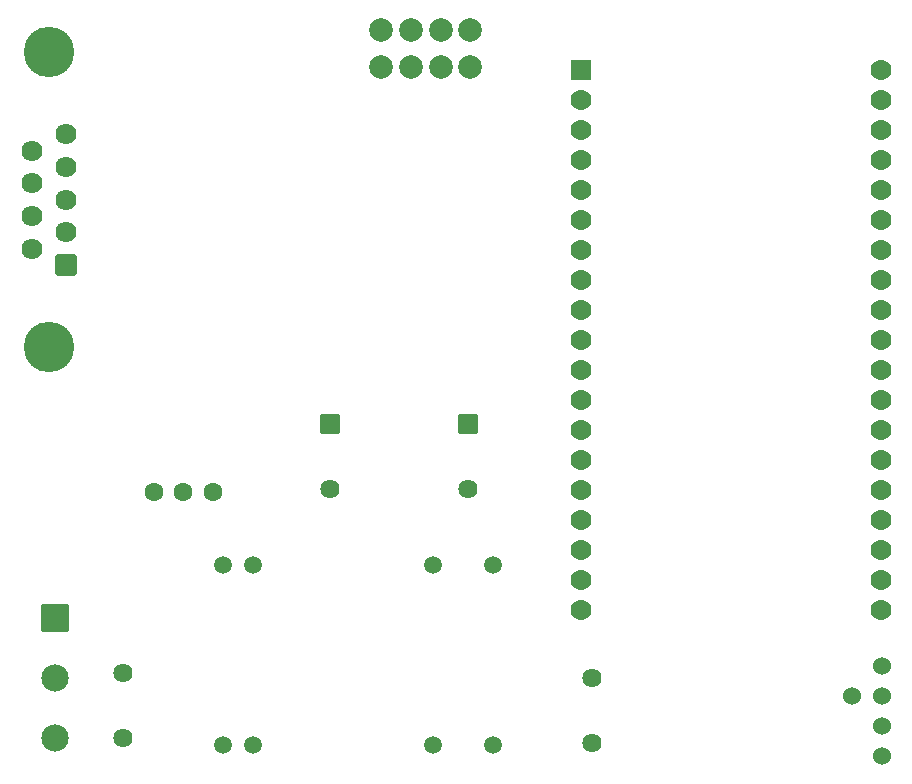
<source format=gbr>
%TF.GenerationSoftware,KiCad,Pcbnew,9.0.0*%
%TF.CreationDate,2025-05-02T07:07:21-06:00*%
%TF.ProjectId,schematic_Mk2.1,73636865-6d61-4746-9963-5f4d6b322e31,rev?*%
%TF.SameCoordinates,Original*%
%TF.FileFunction,Soldermask,Top*%
%TF.FilePolarity,Negative*%
%FSLAX46Y46*%
G04 Gerber Fmt 4.6, Leading zero omitted, Abs format (unit mm)*
G04 Created by KiCad (PCBNEW 9.0.0) date 2025-05-02 07:07:21*
%MOMM*%
%LPD*%
G01*
G04 APERTURE LIST*
G04 Aperture macros list*
%AMRoundRect*
0 Rectangle with rounded corners*
0 $1 Rounding radius*
0 $2 $3 $4 $5 $6 $7 $8 $9 X,Y pos of 4 corners*
0 Add a 4 corners polygon primitive as box body*
4,1,4,$2,$3,$4,$5,$6,$7,$8,$9,$2,$3,0*
0 Add four circle primitives for the rounded corners*
1,1,$1+$1,$2,$3*
1,1,$1+$1,$4,$5*
1,1,$1+$1,$6,$7*
1,1,$1+$1,$8,$9*
0 Add four rect primitives between the rounded corners*
20,1,$1+$1,$2,$3,$4,$5,0*
20,1,$1+$1,$4,$5,$6,$7,0*
20,1,$1+$1,$6,$7,$8,$9,0*
20,1,$1+$1,$8,$9,$2,$3,0*%
G04 Aperture macros list end*
%ADD10C,2.004000*%
%ADD11C,1.625600*%
%ADD12C,1.524800*%
%ADD13RoundRect,0.102000X-0.780000X-0.780000X0.780000X-0.780000X0.780000X0.780000X-0.780000X0.780000X0*%
%ADD14C,1.764000*%
%ADD15C,1.600200*%
%ADD16RoundRect,0.102000X-0.787500X0.787500X-0.787500X-0.787500X0.787500X-0.787500X0.787500X0.787500X0*%
%ADD17C,1.779000*%
%ADD18C,4.270000*%
%ADD19RoundRect,0.050800X-0.762000X0.762000X-0.762000X-0.762000X0.762000X-0.762000X0.762000X0.762000X0*%
%ADD20RoundRect,0.102000X-1.050000X1.050000X-1.050000X-1.050000X1.050000X-1.050000X1.050000X1.050000X0*%
%ADD21C,2.304000*%
%ADD22C,1.512000*%
G04 APERTURE END LIST*
D10*
%TO.C,J5*%
X140900000Y-59650000D03*
X140900000Y-62750000D03*
X138400000Y-59650000D03*
X138400000Y-62750000D03*
X135900000Y-59650000D03*
X135900000Y-62750000D03*
X133400000Y-59650000D03*
X133400000Y-62750000D03*
%TD*%
D11*
%TO.C,RF1*%
X111550000Y-114061700D03*
X111550000Y-119573500D03*
%TD*%
D12*
%TO.C,S1*%
X175750000Y-113509150D03*
X175750000Y-116049150D03*
X175750000Y-118589150D03*
X175750000Y-121129150D03*
X173210000Y-116049150D03*
%TD*%
D13*
%TO.C,U1*%
X150250000Y-63029150D03*
D14*
X150250000Y-65569150D03*
X150250000Y-68109150D03*
X150250000Y-70649150D03*
X150250000Y-73189150D03*
X150250000Y-75729150D03*
X150250000Y-78269150D03*
X150250000Y-80809150D03*
X150250000Y-83349150D03*
X150250000Y-85889150D03*
X150250000Y-88429150D03*
X150250000Y-90969150D03*
X150250000Y-93509150D03*
X150250000Y-96049150D03*
X150250000Y-98589150D03*
X150250000Y-101129150D03*
X150250000Y-103669150D03*
X150250000Y-106209150D03*
X150250000Y-108749150D03*
X175650000Y-63029150D03*
X175650000Y-65569150D03*
X175650000Y-68109150D03*
X175650000Y-70649150D03*
X175650000Y-73189150D03*
X175650000Y-75729150D03*
X175650000Y-78269150D03*
X175650000Y-80809150D03*
X175650000Y-83349150D03*
X175650000Y-85889150D03*
X175650000Y-88429150D03*
X175650000Y-90969150D03*
X175650000Y-93509150D03*
X175650000Y-96049150D03*
X175650000Y-98589150D03*
X175650000Y-101129150D03*
X175650000Y-103669150D03*
X175650000Y-106209150D03*
X175650000Y-108749150D03*
%TD*%
D15*
%TO.C,J4*%
X114104900Y-98745100D03*
X116604900Y-98745100D03*
X119104900Y-98745100D03*
%TD*%
D16*
%TO.C,J1*%
X106670000Y-79545000D03*
D17*
X106670000Y-76775000D03*
X106670000Y-74005000D03*
X106670000Y-71235000D03*
X106670000Y-68465000D03*
X103830000Y-78160000D03*
X103830000Y-75390000D03*
X103830000Y-72620000D03*
X103830000Y-69850000D03*
D18*
X105250000Y-61510000D03*
X105250000Y-86500000D03*
%TD*%
D11*
%TO.C,RF2*%
X151210000Y-119989150D03*
X151210000Y-114477350D03*
%TD*%
D19*
%TO.C,C2*%
X140750000Y-93000000D03*
D11*
X140750000Y-98511800D03*
%TD*%
D20*
%TO.C,J2*%
X105725000Y-109415000D03*
D21*
X105725000Y-114495000D03*
X105725000Y-119575000D03*
%TD*%
D19*
%TO.C,C1*%
X129000000Y-93000000D03*
D11*
X129000000Y-98511800D03*
%TD*%
D22*
%TO.C,PS1*%
X119970000Y-120209150D03*
X122510000Y-120209150D03*
X137750000Y-120209150D03*
X142830000Y-120209150D03*
X142830000Y-104969150D03*
X137750000Y-104969150D03*
X122510000Y-104969150D03*
X119970000Y-104969150D03*
%TD*%
M02*

</source>
